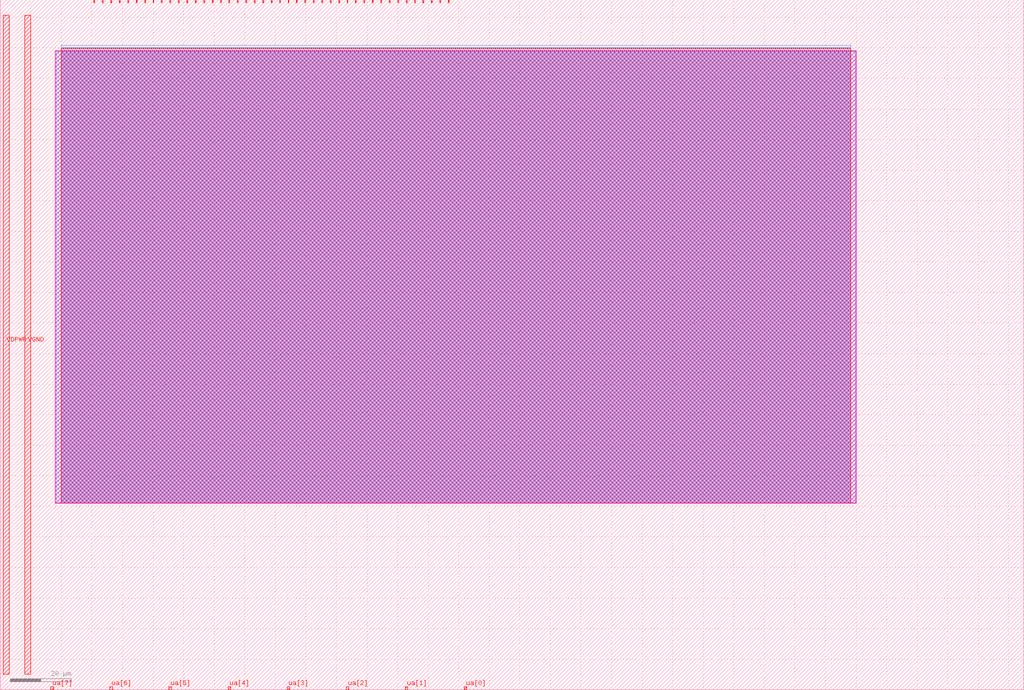
<source format=lef>
VERSION 5.7 ;
  NOWIREEXTENSIONATPIN ON ;
  DIVIDERCHAR "/" ;
  BUSBITCHARS "[]" ;
MACRO DIGITAL_ANALOG_CON
  CLASS BLOCK ;
  FOREIGN DIGITAL_ANALOG_CON ;
  ORIGIN 0.000 0.000 ;
  SIZE 334.880 BY 225.760 ;
  PIN clk
    DIRECTION INPUT ;
    USE SIGNAL ;
    PORT
      LAYER met4 ;
        RECT 143.830 224.760 144.130 225.760 ;
    END
  END clk
  PIN ena
    DIRECTION INPUT ;
    USE SIGNAL ;
    PORT
      LAYER met4 ;
        RECT 146.590 224.760 146.890 225.760 ;
    END
  END ena
  PIN rst_n
    DIRECTION INPUT ;
    USE SIGNAL ;
    PORT
      LAYER met4 ;
        RECT 141.070 224.760 141.370 225.760 ;
    END
  END rst_n
  PIN ua[0]
    DIRECTION INOUT ;
    USE SIGNAL ;
    PORT
      LAYER met4 ;
        RECT 151.810 0.000 152.710 1.000 ;
    END
  END ua[0]
  PIN ua[1]
    DIRECTION INOUT ;
    USE SIGNAL ;
    PORT
      LAYER met4 ;
        RECT 132.490 0.000 133.390 1.000 ;
    END
  END ua[1]
  PIN ua[2]
    DIRECTION INOUT ;
    USE SIGNAL ;
    PORT
      LAYER met4 ;
        RECT 113.170 0.000 114.070 1.000 ;
    END
  END ua[2]
  PIN ua[3]
    DIRECTION INOUT ;
    USE SIGNAL ;
    PORT
      LAYER met4 ;
        RECT 93.850 0.000 94.750 1.000 ;
    END
  END ua[3]
  PIN ua[4]
    DIRECTION INOUT ;
    USE SIGNAL ;
    PORT
      LAYER met4 ;
        RECT 74.530 0.000 75.430 1.000 ;
    END
  END ua[4]
  PIN ua[5]
    DIRECTION INOUT ;
    USE SIGNAL ;
    PORT
      LAYER met4 ;
        RECT 55.210 0.000 56.110 1.000 ;
    END
  END ua[5]
  PIN ua[6]
    DIRECTION INOUT ;
    USE SIGNAL ;
    PORT
      LAYER met4 ;
        RECT 35.890 0.000 36.790 1.000 ;
    END
  END ua[6]
  PIN ua[7]
    DIRECTION INOUT ;
    USE SIGNAL ;
    PORT
      LAYER met4 ;
        RECT 16.570 0.000 17.470 1.000 ;
    END
  END ua[7]
  PIN ui_in[0]
    DIRECTION INPUT ;
    USE SIGNAL ;
    PORT
      LAYER met4 ;
        RECT 138.310 224.760 138.610 225.760 ;
    END
  END ui_in[0]
  PIN ui_in[1]
    DIRECTION INPUT ;
    USE SIGNAL ;
    PORT
      LAYER met4 ;
        RECT 135.550 224.760 135.850 225.760 ;
    END
  END ui_in[1]
  PIN ui_in[2]
    DIRECTION INPUT ;
    USE SIGNAL ;
    PORT
      LAYER met4 ;
        RECT 132.790 224.760 133.090 225.760 ;
    END
  END ui_in[2]
  PIN ui_in[3]
    DIRECTION INPUT ;
    USE SIGNAL ;
    PORT
      LAYER met4 ;
        RECT 130.030 224.760 130.330 225.760 ;
    END
  END ui_in[3]
  PIN ui_in[4]
    DIRECTION INPUT ;
    USE SIGNAL ;
    PORT
      LAYER met4 ;
        RECT 127.270 224.760 127.570 225.760 ;
    END
  END ui_in[4]
  PIN ui_in[5]
    DIRECTION INPUT ;
    USE SIGNAL ;
    PORT
      LAYER met4 ;
        RECT 124.510 224.760 124.810 225.760 ;
    END
  END ui_in[5]
  PIN ui_in[6]
    DIRECTION INPUT ;
    USE SIGNAL ;
    PORT
      LAYER met4 ;
        RECT 121.750 224.760 122.050 225.760 ;
    END
  END ui_in[6]
  PIN ui_in[7]
    DIRECTION INPUT ;
    USE SIGNAL ;
    PORT
      LAYER met4 ;
        RECT 118.990 224.760 119.290 225.760 ;
    END
  END ui_in[7]
  PIN uio_in[0]
    DIRECTION INPUT ;
    USE SIGNAL ;
    PORT
      LAYER met4 ;
        RECT 116.230 224.760 116.530 225.760 ;
    END
  END uio_in[0]
  PIN uio_in[1]
    DIRECTION INPUT ;
    USE SIGNAL ;
    PORT
      LAYER met4 ;
        RECT 113.470 224.760 113.770 225.760 ;
    END
  END uio_in[1]
  PIN uio_in[2]
    DIRECTION INPUT ;
    USE SIGNAL ;
    PORT
      LAYER met4 ;
        RECT 110.710 224.760 111.010 225.760 ;
    END
  END uio_in[2]
  PIN uio_in[3]
    DIRECTION INPUT ;
    USE SIGNAL ;
    PORT
      LAYER met4 ;
        RECT 107.950 224.760 108.250 225.760 ;
    END
  END uio_in[3]
  PIN uio_in[4]
    DIRECTION INPUT ;
    USE SIGNAL ;
    PORT
      LAYER met4 ;
        RECT 105.190 224.760 105.490 225.760 ;
    END
  END uio_in[4]
  PIN uio_in[5]
    DIRECTION INPUT ;
    USE SIGNAL ;
    PORT
      LAYER met4 ;
        RECT 102.430 224.760 102.730 225.760 ;
    END
  END uio_in[5]
  PIN uio_in[6]
    DIRECTION INPUT ;
    USE SIGNAL ;
    PORT
      LAYER met4 ;
        RECT 99.670 224.760 99.970 225.760 ;
    END
  END uio_in[6]
  PIN uio_in[7]
    DIRECTION INPUT ;
    USE SIGNAL ;
    PORT
      LAYER met4 ;
        RECT 96.910 224.760 97.210 225.760 ;
    END
  END uio_in[7]
  PIN uio_oe[0]
    DIRECTION OUTPUT ;
    USE SIGNAL ;
    PORT
      LAYER met4 ;
        RECT 49.990 224.760 50.290 225.760 ;
    END
  END uio_oe[0]
  PIN uio_oe[1]
    DIRECTION OUTPUT ;
    USE SIGNAL ;
    PORT
      LAYER met4 ;
        RECT 47.230 224.760 47.530 225.760 ;
    END
  END uio_oe[1]
  PIN uio_oe[2]
    DIRECTION OUTPUT ;
    USE SIGNAL ;
    PORT
      LAYER met4 ;
        RECT 44.470 224.760 44.770 225.760 ;
    END
  END uio_oe[2]
  PIN uio_oe[3]
    DIRECTION OUTPUT ;
    USE SIGNAL ;
    PORT
      LAYER met4 ;
        RECT 41.710 224.760 42.010 225.760 ;
    END
  END uio_oe[3]
  PIN uio_oe[4]
    DIRECTION OUTPUT ;
    USE SIGNAL ;
    PORT
      LAYER met4 ;
        RECT 38.950 224.760 39.250 225.760 ;
    END
  END uio_oe[4]
  PIN uio_oe[5]
    DIRECTION OUTPUT ;
    USE SIGNAL ;
    PORT
      LAYER met4 ;
        RECT 36.190 224.760 36.490 225.760 ;
    END
  END uio_oe[5]
  PIN uio_oe[6]
    DIRECTION OUTPUT ;
    USE SIGNAL ;
    PORT
      LAYER met4 ;
        RECT 33.430 224.760 33.730 225.760 ;
    END
  END uio_oe[6]
  PIN uio_oe[7]
    DIRECTION OUTPUT ;
    USE SIGNAL ;
    PORT
      LAYER met4 ;
        RECT 30.670 224.760 30.970 225.760 ;
    END
  END uio_oe[7]
  PIN uio_out[0]
    DIRECTION OUTPUT ;
    USE SIGNAL ;
    PORT
      LAYER met4 ;
        RECT 72.070 224.760 72.370 225.760 ;
    END
  END uio_out[0]
  PIN uio_out[1]
    DIRECTION OUTPUT ;
    USE SIGNAL ;
    PORT
      LAYER met4 ;
        RECT 69.310 224.760 69.610 225.760 ;
    END
  END uio_out[1]
  PIN uio_out[2]
    DIRECTION OUTPUT ;
    USE SIGNAL ;
    PORT
      LAYER met4 ;
        RECT 66.550 224.760 66.850 225.760 ;
    END
  END uio_out[2]
  PIN uio_out[3]
    DIRECTION OUTPUT ;
    USE SIGNAL ;
    PORT
      LAYER met4 ;
        RECT 63.790 224.760 64.090 225.760 ;
    END
  END uio_out[3]
  PIN uio_out[4]
    DIRECTION OUTPUT ;
    USE SIGNAL ;
    PORT
      LAYER met4 ;
        RECT 61.030 224.760 61.330 225.760 ;
    END
  END uio_out[4]
  PIN uio_out[5]
    DIRECTION OUTPUT ;
    USE SIGNAL ;
    PORT
      LAYER met4 ;
        RECT 58.270 224.760 58.570 225.760 ;
    END
  END uio_out[5]
  PIN uio_out[6]
    DIRECTION OUTPUT ;
    USE SIGNAL ;
    PORT
      LAYER met4 ;
        RECT 55.510 224.760 55.810 225.760 ;
    END
  END uio_out[6]
  PIN uio_out[7]
    DIRECTION OUTPUT ;
    USE SIGNAL ;
    PORT
      LAYER met4 ;
        RECT 52.750 224.760 53.050 225.760 ;
    END
  END uio_out[7]
  PIN uo_out[0]
    DIRECTION OUTPUT ;
    USE SIGNAL ;
    PORT
      LAYER met4 ;
        RECT 94.150 224.760 94.450 225.760 ;
    END
  END uo_out[0]
  PIN uo_out[1]
    DIRECTION OUTPUT ;
    USE SIGNAL ;
    PORT
      LAYER met4 ;
        RECT 91.390 224.760 91.690 225.760 ;
    END
  END uo_out[1]
  PIN uo_out[2]
    DIRECTION OUTPUT ;
    USE SIGNAL ;
    PORT
      LAYER met4 ;
        RECT 88.630 224.760 88.930 225.760 ;
    END
  END uo_out[2]
  PIN uo_out[3]
    DIRECTION OUTPUT ;
    USE SIGNAL ;
    PORT
      LAYER met4 ;
        RECT 85.870 224.760 86.170 225.760 ;
    END
  END uo_out[3]
  PIN uo_out[4]
    DIRECTION OUTPUT ;
    USE SIGNAL ;
    PORT
      LAYER met4 ;
        RECT 83.110 224.760 83.410 225.760 ;
    END
  END uo_out[4]
  PIN uo_out[5]
    DIRECTION OUTPUT ;
    USE SIGNAL ;
    PORT
      LAYER met4 ;
        RECT 80.350 224.760 80.650 225.760 ;
    END
  END uo_out[5]
  PIN uo_out[6]
    DIRECTION OUTPUT ;
    USE SIGNAL ;
    PORT
      LAYER met4 ;
        RECT 77.590 224.760 77.890 225.760 ;
    END
  END uo_out[6]
  PIN uo_out[7]
    DIRECTION OUTPUT ;
    USE SIGNAL ;
    PORT
      LAYER met4 ;
        RECT 74.830 224.760 75.130 225.760 ;
    END
  END uo_out[7]
  PIN VDPWR
    DIRECTION INOUT ;
    USE POWER ;
    PORT
      LAYER met4 ;
        RECT 1.000 5.000 3.000 220.760 ;
    END
  END VDPWR
  PIN VGND
    DIRECTION INOUT ;
    USE GROUND ;
    PORT
      LAYER met4 ;
        RECT 8.060 5.000 10.060 220.760 ;
    END
  END VGND
  OBS
      LAYER nwell ;
        RECT 18.060 60.980 280.120 209.130 ;
      LAYER li1 ;
        RECT 18.065 61.175 280.115 208.935 ;
      LAYER met1 ;
        RECT 18.270 61.065 279.910 209.045 ;
      LAYER met2 ;
        RECT 19.970 61.015 278.210 210.015 ;
      LAYER met3 ;
        RECT 19.940 61.015 278.240 210.805 ;
      LAYER met4 ;
        RECT 19.960 61.015 278.220 209.850 ;
  END
END DIGITAL_ANALOG_CON
END LIBRARY


</source>
